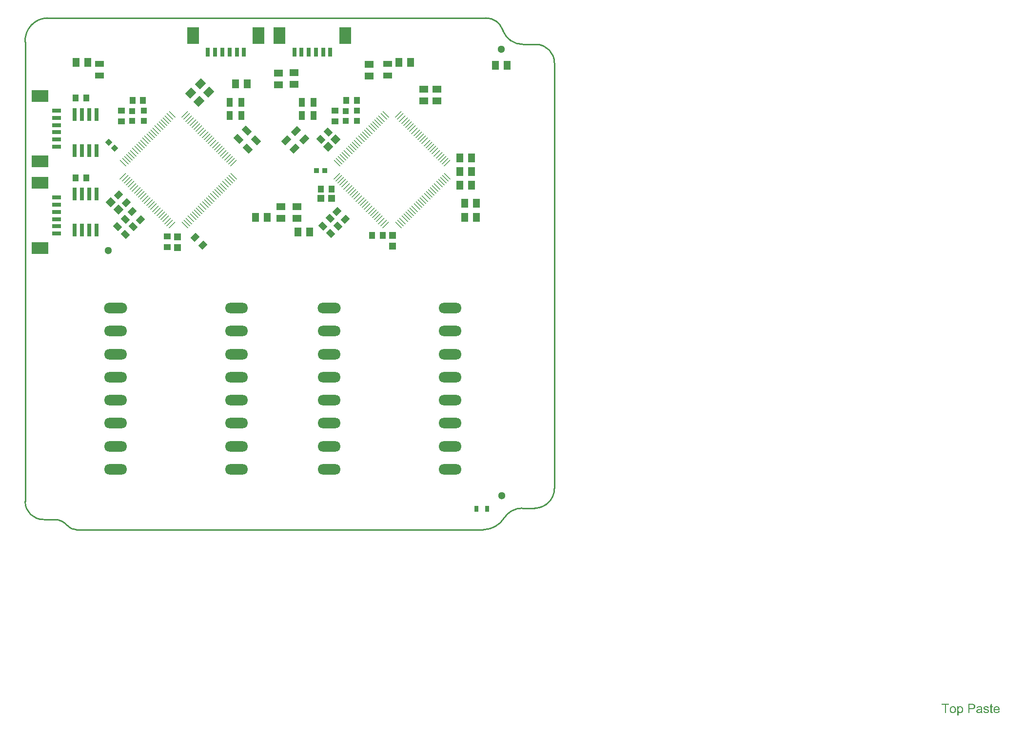
<source format=gtp>
G04*
G04 #@! TF.GenerationSoftware,Altium Limited,Altium Designer,18.1.7 (191)*
G04*
G04 Layer_Color=8421504*
%FSLAX25Y25*%
%MOIN*%
G70*
G01*
G75*
%ADD11C,0.01000*%
%ADD22O,0.15748X0.07323*%
%ADD23O,0.15748X0.07087*%
%ADD24R,0.04724X0.04724*%
%ADD25R,0.04724X0.04724*%
%ADD26P,0.06681X4X270.0*%
%ADD27P,0.06681X4X180.0*%
%ADD28R,0.04000X0.06000*%
G04:AMPARAMS|DCode=29|XSize=40mil|YSize=60mil|CornerRadius=0mil|HoleSize=0mil|Usage=FLASHONLY|Rotation=315.000|XOffset=0mil|YOffset=0mil|HoleType=Round|Shape=Rectangle|*
%AMROTATEDRECTD29*
4,1,4,-0.03536,-0.00707,0.00707,0.03536,0.03536,0.00707,-0.00707,-0.03536,-0.03536,-0.00707,0.0*
%
%ADD29ROTATEDRECTD29*%

%ADD30R,0.02756X0.08661*%
%ADD31R,0.08268X0.11811*%
%ADD32R,0.03150X0.06299*%
%ADD33R,0.11811X0.08268*%
%ADD34R,0.06299X0.03150*%
G04:AMPARAMS|DCode=35|XSize=40mil|YSize=60mil|CornerRadius=0mil|HoleSize=0mil|Usage=FLASHONLY|Rotation=225.000|XOffset=0mil|YOffset=0mil|HoleType=Round|Shape=Rectangle|*
%AMROTATEDRECTD35*
4,1,4,-0.00707,0.03536,0.03536,-0.00707,0.00707,-0.03536,-0.03536,0.00707,-0.00707,0.03536,0.0*
%
%ADD35ROTATEDRECTD35*%

%ADD36C,0.05118*%
%ADD37R,0.06000X0.04000*%
%ADD38R,0.03937X0.03937*%
G04:AMPARAMS|DCode=39|XSize=39.37mil|YSize=51.18mil|CornerRadius=0mil|HoleSize=0mil|Usage=FLASHONLY|Rotation=315.000|XOffset=0mil|YOffset=0mil|HoleType=Round|Shape=Rectangle|*
%AMROTATEDRECTD39*
4,1,4,-0.03202,-0.00418,0.00418,0.03202,0.03202,0.00418,-0.00418,-0.03202,-0.03202,-0.00418,0.0*
%
%ADD39ROTATEDRECTD39*%

G04:AMPARAMS|DCode=40|XSize=3.81mil|YSize=60.9mil|CornerRadius=0mil|HoleSize=0mil|Usage=FLASHONLY|Rotation=45.000|XOffset=0mil|YOffset=0mil|HoleType=Round|Shape=Round|*
%AMOVALD40*
21,1,0.05709,0.00381,0.00000,0.00000,135.0*
1,1,0.00381,0.02018,-0.02018*
1,1,0.00381,-0.02018,0.02018*
%
%ADD40OVALD40*%

G04:AMPARAMS|DCode=41|XSize=3.81mil|YSize=60.9mil|CornerRadius=0mil|HoleSize=0mil|Usage=FLASHONLY|Rotation=135.000|XOffset=0mil|YOffset=0mil|HoleType=Round|Shape=Round|*
%AMOVALD41*
21,1,0.05709,0.00381,0.00000,0.00000,225.0*
1,1,0.00381,0.02018,0.02018*
1,1,0.00381,-0.02018,-0.02018*
%
%ADD41OVALD41*%

%ADD42R,0.03150X0.04134*%
G04:AMPARAMS|DCode=43|XSize=41.34mil|YSize=47.24mil|CornerRadius=0mil|HoleSize=0mil|Usage=FLASHONLY|Rotation=135.000|XOffset=0mil|YOffset=0mil|HoleType=Round|Shape=Rectangle|*
%AMROTATEDRECTD43*
4,1,4,0.03132,0.00209,-0.00209,-0.03132,-0.03132,-0.00209,0.00209,0.03132,0.03132,0.00209,0.0*
%
%ADD43ROTATEDRECTD43*%

%ADD44R,0.04724X0.04134*%
%ADD45R,0.04134X0.04724*%
G04:AMPARAMS|DCode=46|XSize=41.34mil|YSize=47.24mil|CornerRadius=0mil|HoleSize=0mil|Usage=FLASHONLY|Rotation=45.000|XOffset=0mil|YOffset=0mil|HoleType=Round|Shape=Rectangle|*
%AMROTATEDRECTD46*
4,1,4,0.00209,-0.03132,-0.03132,0.00209,-0.00209,0.03132,0.03132,-0.00209,0.00209,-0.03132,0.0*
%
%ADD46ROTATEDRECTD46*%

%ADD47P,0.05011X4X360.0*%
%ADD48R,0.03543X0.03543*%
%ADD49R,0.04724X0.06000*%
G04:AMPARAMS|DCode=50|XSize=47.24mil|YSize=60mil|CornerRadius=0mil|HoleSize=0mil|Usage=FLASHONLY|Rotation=135.000|XOffset=0mil|YOffset=0mil|HoleType=Round|Shape=Rectangle|*
%AMROTATEDRECTD50*
4,1,4,0.03792,0.00451,-0.00451,-0.03792,-0.03792,-0.00451,0.00451,0.03792,0.03792,0.00451,0.0*
%
%ADD50ROTATEDRECTD50*%

%ADD51R,0.06000X0.04724*%
G36*
X639839Y-120288D02*
X639902Y-120298D01*
X640039Y-120316D01*
X640203Y-120352D01*
X640376Y-120407D01*
X640549Y-120489D01*
X640722Y-120589D01*
X640731D01*
X640741Y-120607D01*
X640795Y-120644D01*
X640877Y-120717D01*
X640977Y-120808D01*
X641087Y-120926D01*
X641196Y-121072D01*
X641305Y-121245D01*
X641397Y-121436D01*
Y-121445D01*
X641406Y-121464D01*
X641415Y-121491D01*
X641433Y-121527D01*
X641451Y-121582D01*
X641469Y-121646D01*
X641515Y-121792D01*
X641561Y-121974D01*
X641597Y-122174D01*
X641624Y-122402D01*
X641633Y-122639D01*
Y-122648D01*
Y-122666D01*
Y-122703D01*
Y-122757D01*
X641624Y-122821D01*
Y-122894D01*
X641606Y-123058D01*
X641570Y-123258D01*
X641524Y-123468D01*
X641460Y-123687D01*
X641378Y-123905D01*
Y-123914D01*
X641369Y-123932D01*
X641351Y-123960D01*
X641333Y-123996D01*
X641269Y-124096D01*
X641187Y-124224D01*
X641087Y-124361D01*
X640959Y-124497D01*
X640813Y-124634D01*
X640640Y-124761D01*
X640631D01*
X640622Y-124771D01*
X640595Y-124789D01*
X640558Y-124807D01*
X640467Y-124853D01*
X640340Y-124907D01*
X640185Y-124962D01*
X640021Y-125007D01*
X639830Y-125044D01*
X639638Y-125053D01*
X639574D01*
X639502Y-125044D01*
X639410Y-125035D01*
X639301Y-125016D01*
X639183Y-124989D01*
X639064Y-124953D01*
X638946Y-124898D01*
X638937Y-124889D01*
X638891Y-124871D01*
X638837Y-124834D01*
X638764Y-124780D01*
X638691Y-124725D01*
X638600Y-124652D01*
X638518Y-124570D01*
X638445Y-124479D01*
Y-126702D01*
X637671D01*
Y-120379D01*
X638372D01*
Y-120981D01*
X638381Y-120963D01*
X638417Y-120926D01*
X638463Y-120862D01*
X638536Y-120790D01*
X638618Y-120698D01*
X638709Y-120616D01*
X638818Y-120534D01*
X638928Y-120461D01*
X638946Y-120452D01*
X638982Y-120434D01*
X639055Y-120407D01*
X639146Y-120370D01*
X639256Y-120334D01*
X639383Y-120307D01*
X639529Y-120288D01*
X639693Y-120279D01*
X639793D01*
X639839Y-120288D01*
D02*
G37*
G36*
X657485D02*
X657621Y-120298D01*
X657767Y-120316D01*
X657922Y-120352D01*
X658086Y-120389D01*
X658241Y-120443D01*
X658250D01*
X658259Y-120452D01*
X658305Y-120471D01*
X658378Y-120507D01*
X658469Y-120553D01*
X658569Y-120616D01*
X658669Y-120689D01*
X658760Y-120771D01*
X658842Y-120862D01*
X658851Y-120871D01*
X658870Y-120908D01*
X658906Y-120972D01*
X658952Y-121045D01*
X658997Y-121154D01*
X659043Y-121272D01*
X659079Y-121409D01*
X659115Y-121564D01*
X658359Y-121664D01*
Y-121646D01*
X658350Y-121609D01*
X658332Y-121546D01*
X658305Y-121464D01*
X658259Y-121382D01*
X658204Y-121291D01*
X658141Y-121200D01*
X658050Y-121117D01*
X658041Y-121108D01*
X658004Y-121090D01*
X657949Y-121054D01*
X657867Y-121017D01*
X657776Y-120981D01*
X657658Y-120944D01*
X657512Y-120926D01*
X657357Y-120917D01*
X657266D01*
X657175Y-120926D01*
X657057Y-120935D01*
X656938Y-120963D01*
X656811Y-120990D01*
X656692Y-121036D01*
X656592Y-121099D01*
X656583Y-121108D01*
X656556Y-121127D01*
X656519Y-121163D01*
X656483Y-121218D01*
X656437Y-121272D01*
X656401Y-121345D01*
X656373Y-121427D01*
X656364Y-121509D01*
Y-121518D01*
Y-121537D01*
X656373Y-121564D01*
Y-121600D01*
X656401Y-121691D01*
X656455Y-121783D01*
X656464Y-121792D01*
X656473Y-121801D01*
X656492Y-121828D01*
X656528Y-121855D01*
X656565Y-121883D01*
X656619Y-121919D01*
X656683Y-121947D01*
X656756Y-121983D01*
X656765D01*
X656783Y-121992D01*
X656820Y-122001D01*
X656883Y-122029D01*
X656975Y-122056D01*
X657093Y-122083D01*
X657166Y-122110D01*
X657248Y-122129D01*
X657339Y-122156D01*
X657439Y-122183D01*
X657448D01*
X657476Y-122192D01*
X657521Y-122202D01*
X657576Y-122220D01*
X657640Y-122238D01*
X657722Y-122256D01*
X657895Y-122311D01*
X658086Y-122365D01*
X658277Y-122429D01*
X658450Y-122493D01*
X658523Y-122520D01*
X658587Y-122548D01*
X658605Y-122557D01*
X658642Y-122575D01*
X658696Y-122602D01*
X658778Y-122648D01*
X658860Y-122703D01*
X658942Y-122775D01*
X659024Y-122857D01*
X659097Y-122949D01*
X659106Y-122958D01*
X659125Y-122994D01*
X659161Y-123049D01*
X659197Y-123131D01*
X659225Y-123231D01*
X659261Y-123340D01*
X659279Y-123468D01*
X659289Y-123614D01*
Y-123632D01*
Y-123677D01*
X659279Y-123750D01*
X659261Y-123851D01*
X659234Y-123960D01*
X659188Y-124078D01*
X659134Y-124215D01*
X659061Y-124342D01*
X659052Y-124361D01*
X659015Y-124397D01*
X658970Y-124461D01*
X658897Y-124534D01*
X658797Y-124616D01*
X658687Y-124707D01*
X658560Y-124789D01*
X658405Y-124871D01*
X658396D01*
X658387Y-124880D01*
X658332Y-124898D01*
X658241Y-124925D01*
X658122Y-124962D01*
X657977Y-124998D01*
X657813Y-125026D01*
X657640Y-125044D01*
X657439Y-125053D01*
X657357D01*
X657293Y-125044D01*
X657221D01*
X657129Y-125035D01*
X657038Y-125026D01*
X656938Y-125007D01*
X656719Y-124962D01*
X656492Y-124898D01*
X656273Y-124807D01*
X656173Y-124752D01*
X656082Y-124689D01*
X656073Y-124680D01*
X656064Y-124670D01*
X656009Y-124616D01*
X655927Y-124534D01*
X655836Y-124406D01*
X655736Y-124251D01*
X655635Y-124069D01*
X655553Y-123841D01*
X655490Y-123586D01*
X656255Y-123468D01*
Y-123477D01*
Y-123486D01*
X656273Y-123541D01*
X656291Y-123632D01*
X656328Y-123732D01*
X656373Y-123841D01*
X656428Y-123960D01*
X656510Y-124078D01*
X656610Y-124178D01*
X656628Y-124188D01*
X656665Y-124215D01*
X656738Y-124251D01*
X656829Y-124297D01*
X656947Y-124342D01*
X657084Y-124379D01*
X657248Y-124406D01*
X657439Y-124415D01*
X657530D01*
X657621Y-124406D01*
X657740Y-124388D01*
X657867Y-124361D01*
X658004Y-124324D01*
X658122Y-124279D01*
X658232Y-124206D01*
X658241Y-124197D01*
X658277Y-124169D01*
X658314Y-124124D01*
X658368Y-124060D01*
X658414Y-123987D01*
X658460Y-123896D01*
X658487Y-123805D01*
X658496Y-123696D01*
Y-123687D01*
Y-123650D01*
X658487Y-123605D01*
X658469Y-123541D01*
X658441Y-123477D01*
X658396Y-123413D01*
X658341Y-123340D01*
X658259Y-123286D01*
X658250Y-123276D01*
X658223Y-123267D01*
X658177Y-123240D01*
X658104Y-123213D01*
X657995Y-123176D01*
X657931Y-123149D01*
X657858Y-123131D01*
X657776Y-123103D01*
X657685Y-123076D01*
X657585Y-123049D01*
X657467Y-123021D01*
X657457D01*
X657430Y-123012D01*
X657384Y-123003D01*
X657330Y-122985D01*
X657257Y-122967D01*
X657175Y-122940D01*
X657002Y-122894D01*
X656802Y-122830D01*
X656610Y-122775D01*
X656428Y-122712D01*
X656346Y-122675D01*
X656282Y-122648D01*
X656264Y-122639D01*
X656228Y-122621D01*
X656173Y-122584D01*
X656100Y-122539D01*
X656018Y-122475D01*
X655936Y-122402D01*
X655854Y-122320D01*
X655781Y-122220D01*
X655772Y-122211D01*
X655754Y-122174D01*
X655726Y-122110D01*
X655699Y-122038D01*
X655672Y-121947D01*
X655645Y-121837D01*
X655626Y-121728D01*
X655617Y-121600D01*
Y-121582D01*
Y-121546D01*
X655626Y-121491D01*
X655635Y-121409D01*
X655654Y-121327D01*
X655672Y-121227D01*
X655708Y-121136D01*
X655754Y-121036D01*
X655763Y-121026D01*
X655781Y-120990D01*
X655808Y-120944D01*
X655854Y-120881D01*
X655909Y-120817D01*
X655972Y-120735D01*
X656045Y-120662D01*
X656137Y-120598D01*
X656146Y-120589D01*
X656173Y-120580D01*
X656209Y-120553D01*
X656264Y-120525D01*
X656337Y-120489D01*
X656419Y-120452D01*
X656519Y-120416D01*
X656628Y-120379D01*
X656647Y-120370D01*
X656683Y-120361D01*
X656747Y-120343D01*
X656829Y-120325D01*
X656929Y-120307D01*
X657038Y-120298D01*
X657166Y-120279D01*
X657384D01*
X657485Y-120288D01*
D02*
G37*
G36*
X653030D02*
X653167Y-120298D01*
X653322Y-120316D01*
X653476Y-120343D01*
X653631Y-120379D01*
X653777Y-120425D01*
X653795Y-120434D01*
X653841Y-120452D01*
X653904Y-120480D01*
X653987Y-120516D01*
X654078Y-120571D01*
X654169Y-120625D01*
X654251Y-120698D01*
X654324Y-120771D01*
X654333Y-120780D01*
X654351Y-120808D01*
X654378Y-120853D01*
X654415Y-120908D01*
X654460Y-120990D01*
X654497Y-121072D01*
X654533Y-121172D01*
X654560Y-121291D01*
Y-121300D01*
X654569Y-121327D01*
X654579Y-121382D01*
X654588Y-121455D01*
Y-121555D01*
X654597Y-121673D01*
X654606Y-121828D01*
Y-122001D01*
Y-123040D01*
Y-123049D01*
Y-123085D01*
Y-123140D01*
Y-123213D01*
Y-123295D01*
Y-123395D01*
X654615Y-123614D01*
Y-123841D01*
X654624Y-124069D01*
X654633Y-124169D01*
Y-124260D01*
X654642Y-124342D01*
X654651Y-124406D01*
Y-124415D01*
X654661Y-124452D01*
X654670Y-124506D01*
X654697Y-124579D01*
X654715Y-124661D01*
X654752Y-124752D01*
X654797Y-124853D01*
X654843Y-124953D01*
X654032D01*
X654023Y-124944D01*
X654014Y-124907D01*
X653996Y-124862D01*
X653968Y-124789D01*
X653941Y-124707D01*
X653923Y-124607D01*
X653904Y-124497D01*
X653886Y-124379D01*
X653877D01*
X653868Y-124397D01*
X653813Y-124443D01*
X653731Y-124506D01*
X653622Y-124588D01*
X653485Y-124670D01*
X653349Y-124761D01*
X653203Y-124844D01*
X653048Y-124907D01*
X653030Y-124916D01*
X652975Y-124925D01*
X652893Y-124953D01*
X652793Y-124980D01*
X652666Y-125007D01*
X652520Y-125026D01*
X652356Y-125044D01*
X652192Y-125053D01*
X652119D01*
X652064Y-125044D01*
X652001D01*
X651928Y-125035D01*
X651764Y-125007D01*
X651581Y-124962D01*
X651381Y-124898D01*
X651199Y-124807D01*
X651035Y-124689D01*
X651017Y-124670D01*
X650971Y-124625D01*
X650907Y-124543D01*
X650835Y-124434D01*
X650762Y-124297D01*
X650698Y-124142D01*
X650652Y-123951D01*
X650643Y-123860D01*
X650634Y-123750D01*
Y-123732D01*
Y-123696D01*
X650643Y-123632D01*
X650652Y-123550D01*
X650670Y-123450D01*
X650698Y-123349D01*
X650734Y-123240D01*
X650780Y-123140D01*
X650789Y-123131D01*
X650807Y-123094D01*
X650844Y-123040D01*
X650889Y-122976D01*
X650944Y-122903D01*
X651017Y-122830D01*
X651089Y-122757D01*
X651181Y-122694D01*
X651190Y-122684D01*
X651226Y-122666D01*
X651272Y-122630D01*
X651345Y-122593D01*
X651427Y-122557D01*
X651527Y-122511D01*
X651627Y-122475D01*
X651745Y-122438D01*
X651755D01*
X651791Y-122429D01*
X651846Y-122411D01*
X651919Y-122402D01*
X652010Y-122384D01*
X652128Y-122365D01*
X652265Y-122338D01*
X652429Y-122320D01*
X652438D01*
X652474Y-122311D01*
X652520D01*
X652584Y-122302D01*
X652657Y-122293D01*
X652747Y-122274D01*
X652848Y-122265D01*
X652957Y-122247D01*
X653176Y-122202D01*
X653413Y-122156D01*
X653622Y-122101D01*
X653722Y-122074D01*
X653813Y-122047D01*
Y-122038D01*
Y-122019D01*
X653823Y-121965D01*
Y-121901D01*
Y-121864D01*
Y-121846D01*
Y-121837D01*
Y-121828D01*
Y-121773D01*
X653813Y-121682D01*
X653795Y-121582D01*
X653768Y-121473D01*
X653722Y-121363D01*
X653668Y-121263D01*
X653595Y-121181D01*
X653586Y-121172D01*
X653540Y-121136D01*
X653467Y-121099D01*
X653376Y-121045D01*
X653249Y-120999D01*
X653103Y-120954D01*
X652921Y-120926D01*
X652711Y-120917D01*
X652620D01*
X652529Y-120926D01*
X652401Y-120944D01*
X652274Y-120963D01*
X652137Y-120999D01*
X652010Y-121045D01*
X651900Y-121108D01*
X651891Y-121117D01*
X651855Y-121145D01*
X651809Y-121190D01*
X651755Y-121263D01*
X651700Y-121354D01*
X651636Y-121473D01*
X651581Y-121618D01*
X651527Y-121783D01*
X650771Y-121682D01*
Y-121673D01*
X650780Y-121664D01*
Y-121637D01*
X650789Y-121600D01*
X650816Y-121518D01*
X650853Y-121400D01*
X650898Y-121281D01*
X650953Y-121154D01*
X651026Y-121026D01*
X651108Y-120908D01*
X651117Y-120899D01*
X651153Y-120862D01*
X651208Y-120808D01*
X651281Y-120735D01*
X651381Y-120662D01*
X651500Y-120589D01*
X651636Y-120507D01*
X651791Y-120443D01*
X651800D01*
X651809Y-120434D01*
X651836Y-120425D01*
X651873Y-120416D01*
X651964Y-120389D01*
X652092Y-120361D01*
X652237Y-120334D01*
X652420Y-120307D01*
X652611Y-120288D01*
X652830Y-120279D01*
X652930D01*
X653030Y-120288D01*
D02*
G37*
G36*
X647846Y-118658D02*
X648001Y-118667D01*
X648165Y-118676D01*
X648320Y-118694D01*
X648457Y-118712D01*
X648475D01*
X648539Y-118731D01*
X648621Y-118749D01*
X648730Y-118776D01*
X648848Y-118822D01*
X648976Y-118876D01*
X649113Y-118940D01*
X649231Y-119013D01*
X649249Y-119022D01*
X649286Y-119050D01*
X649340Y-119104D01*
X649413Y-119168D01*
X649495Y-119250D01*
X649577Y-119359D01*
X649668Y-119478D01*
X649741Y-119614D01*
X649750Y-119632D01*
X649769Y-119678D01*
X649805Y-119760D01*
X649841Y-119869D01*
X649869Y-119997D01*
X649905Y-120143D01*
X649923Y-120307D01*
X649933Y-120480D01*
Y-120489D01*
Y-120516D01*
Y-120553D01*
X649923Y-120616D01*
X649914Y-120680D01*
X649905Y-120762D01*
X649887Y-120853D01*
X649869Y-120954D01*
X649805Y-121163D01*
X649769Y-121272D01*
X649714Y-121391D01*
X649650Y-121509D01*
X649586Y-121618D01*
X649504Y-121728D01*
X649413Y-121837D01*
X649404Y-121846D01*
X649386Y-121864D01*
X649359Y-121892D01*
X649313Y-121919D01*
X649258Y-121965D01*
X649186Y-122010D01*
X649094Y-122065D01*
X648994Y-122110D01*
X648876Y-122165D01*
X648739Y-122220D01*
X648593Y-122265D01*
X648420Y-122302D01*
X648238Y-122338D01*
X648038Y-122365D01*
X647810Y-122384D01*
X647573Y-122393D01*
X645961D01*
Y-124953D01*
X645122D01*
Y-118649D01*
X647710D01*
X647846Y-118658D01*
D02*
G37*
G36*
X632004Y-119396D02*
X629927D01*
Y-124953D01*
X629089D01*
Y-119396D01*
X627012D01*
Y-118649D01*
X632004D01*
Y-119396D01*
D02*
G37*
G36*
X661110Y-120379D02*
X661894D01*
Y-120981D01*
X661110D01*
Y-123668D01*
Y-123687D01*
Y-123723D01*
Y-123778D01*
X661120Y-123841D01*
X661129Y-123987D01*
X661138Y-124051D01*
X661147Y-124096D01*
X661156Y-124115D01*
X661183Y-124151D01*
X661220Y-124197D01*
X661284Y-124242D01*
X661302Y-124251D01*
X661347Y-124269D01*
X661429Y-124288D01*
X661548Y-124297D01*
X661639D01*
X661685Y-124288D01*
X661748D01*
X661821Y-124279D01*
X661894Y-124269D01*
X661994Y-124953D01*
X661976D01*
X661939Y-124962D01*
X661876Y-124971D01*
X661794Y-124980D01*
X661703Y-124998D01*
X661602Y-125007D01*
X661402Y-125016D01*
X661329D01*
X661256Y-125007D01*
X661165Y-124998D01*
X661056Y-124989D01*
X660947Y-124962D01*
X660846Y-124934D01*
X660746Y-124889D01*
X660737Y-124880D01*
X660710Y-124862D01*
X660673Y-124834D01*
X660619Y-124789D01*
X660573Y-124743D01*
X660518Y-124680D01*
X660464Y-124616D01*
X660427Y-124534D01*
Y-124525D01*
X660409Y-124488D01*
X660400Y-124424D01*
X660382Y-124333D01*
X660363Y-124215D01*
X660354Y-124142D01*
Y-124060D01*
X660345Y-123960D01*
X660336Y-123860D01*
Y-123750D01*
Y-123623D01*
Y-120981D01*
X659762D01*
Y-120379D01*
X660336D01*
Y-119250D01*
X661110Y-118785D01*
Y-120379D01*
D02*
G37*
G36*
X664682Y-120288D02*
X664754Y-120298D01*
X664846Y-120316D01*
X664946Y-120334D01*
X665064Y-120361D01*
X665174Y-120389D01*
X665301Y-120434D01*
X665420Y-120480D01*
X665547Y-120544D01*
X665675Y-120616D01*
X665802Y-120698D01*
X665921Y-120799D01*
X666030Y-120908D01*
X666039Y-120917D01*
X666057Y-120935D01*
X666085Y-120972D01*
X666121Y-121026D01*
X666167Y-121090D01*
X666212Y-121163D01*
X666267Y-121254D01*
X666322Y-121363D01*
X666376Y-121482D01*
X666431Y-121609D01*
X666476Y-121755D01*
X666522Y-121910D01*
X666558Y-122083D01*
X666586Y-122265D01*
X666604Y-122457D01*
X666613Y-122666D01*
Y-122675D01*
Y-122712D01*
Y-122775D01*
X666604Y-122867D01*
X663188D01*
Y-122876D01*
Y-122903D01*
X663197Y-122940D01*
Y-122994D01*
X663206Y-123058D01*
X663224Y-123131D01*
X663251Y-123295D01*
X663306Y-123477D01*
X663379Y-123677D01*
X663479Y-123860D01*
X663607Y-124024D01*
X663616D01*
X663625Y-124042D01*
X663680Y-124087D01*
X663762Y-124151D01*
X663871Y-124215D01*
X664017Y-124288D01*
X664181Y-124352D01*
X664363Y-124397D01*
X664463Y-124406D01*
X664572Y-124415D01*
X664645D01*
X664727Y-124406D01*
X664827Y-124388D01*
X664937Y-124361D01*
X665064Y-124324D01*
X665183Y-124269D01*
X665301Y-124197D01*
X665310Y-124188D01*
X665356Y-124151D01*
X665411Y-124096D01*
X665474Y-124024D01*
X665547Y-123923D01*
X665629Y-123796D01*
X665711Y-123650D01*
X665784Y-123477D01*
X666586Y-123577D01*
Y-123586D01*
X666576Y-123605D01*
X666567Y-123641D01*
X666549Y-123696D01*
X666522Y-123750D01*
X666495Y-123823D01*
X666422Y-123978D01*
X666331Y-124151D01*
X666203Y-124333D01*
X666057Y-124506D01*
X665875Y-124670D01*
X665866D01*
X665848Y-124689D01*
X665820Y-124707D01*
X665784Y-124734D01*
X665729Y-124761D01*
X665675Y-124789D01*
X665602Y-124825D01*
X665520Y-124862D01*
X665429Y-124898D01*
X665338Y-124934D01*
X665110Y-124989D01*
X664855Y-125035D01*
X664572Y-125053D01*
X664472D01*
X664408Y-125044D01*
X664326Y-125035D01*
X664226Y-125016D01*
X664117Y-124998D01*
X663998Y-124980D01*
X663743Y-124907D01*
X663607Y-124853D01*
X663479Y-124798D01*
X663343Y-124725D01*
X663215Y-124643D01*
X663097Y-124552D01*
X662978Y-124443D01*
X662969Y-124434D01*
X662951Y-124415D01*
X662923Y-124379D01*
X662887Y-124324D01*
X662841Y-124260D01*
X662796Y-124188D01*
X662741Y-124096D01*
X662687Y-123996D01*
X662632Y-123878D01*
X662577Y-123750D01*
X662532Y-123605D01*
X662486Y-123450D01*
X662450Y-123286D01*
X662422Y-123103D01*
X662404Y-122912D01*
X662395Y-122712D01*
Y-122703D01*
Y-122657D01*
Y-122602D01*
X662404Y-122520D01*
X662413Y-122420D01*
X662422Y-122311D01*
X662441Y-122183D01*
X662468Y-122056D01*
X662541Y-121764D01*
X662586Y-121618D01*
X662641Y-121464D01*
X662714Y-121318D01*
X662796Y-121181D01*
X662887Y-121045D01*
X662987Y-120917D01*
X662996Y-120908D01*
X663015Y-120890D01*
X663051Y-120862D01*
X663097Y-120817D01*
X663151Y-120771D01*
X663224Y-120717D01*
X663306Y-120653D01*
X663406Y-120598D01*
X663507Y-120534D01*
X663625Y-120480D01*
X663752Y-120425D01*
X663889Y-120379D01*
X664035Y-120334D01*
X664190Y-120307D01*
X664354Y-120288D01*
X664527Y-120279D01*
X664618D01*
X664682Y-120288D01*
D02*
G37*
G36*
X634773D02*
X634856Y-120298D01*
X634947Y-120316D01*
X635047Y-120334D01*
X635165Y-120352D01*
X635411Y-120434D01*
X635539Y-120480D01*
X635666Y-120544D01*
X635794Y-120607D01*
X635921Y-120698D01*
X636040Y-120790D01*
X636158Y-120899D01*
X636167Y-120908D01*
X636186Y-120926D01*
X636213Y-120963D01*
X636249Y-121008D01*
X636295Y-121072D01*
X636349Y-121154D01*
X636404Y-121245D01*
X636459Y-121345D01*
X636514Y-121455D01*
X636568Y-121591D01*
X636623Y-121728D01*
X636668Y-121883D01*
X636705Y-122047D01*
X636732Y-122220D01*
X636750Y-122402D01*
X636760Y-122602D01*
Y-122611D01*
Y-122639D01*
Y-122684D01*
Y-122748D01*
X636750Y-122821D01*
X636741Y-122912D01*
Y-123003D01*
X636723Y-123103D01*
X636696Y-123331D01*
X636641Y-123559D01*
X636577Y-123787D01*
X636486Y-123996D01*
Y-124005D01*
X636477Y-124014D01*
X636459Y-124042D01*
X636441Y-124078D01*
X636377Y-124169D01*
X636295Y-124279D01*
X636186Y-124406D01*
X636049Y-124534D01*
X635894Y-124661D01*
X635712Y-124780D01*
X635703D01*
X635694Y-124789D01*
X635666Y-124807D01*
X635621Y-124825D01*
X635575Y-124844D01*
X635521Y-124862D01*
X635384Y-124916D01*
X635229Y-124962D01*
X635038Y-125007D01*
X634837Y-125044D01*
X634619Y-125053D01*
X634527D01*
X634455Y-125044D01*
X634373Y-125035D01*
X634282Y-125016D01*
X634172Y-124998D01*
X634063Y-124980D01*
X633817Y-124907D01*
X633680Y-124853D01*
X633553Y-124798D01*
X633425Y-124725D01*
X633298Y-124643D01*
X633179Y-124552D01*
X633061Y-124443D01*
X633052Y-124434D01*
X633034Y-124415D01*
X633006Y-124379D01*
X632970Y-124324D01*
X632924Y-124260D01*
X632879Y-124188D01*
X632824Y-124096D01*
X632769Y-123987D01*
X632715Y-123869D01*
X632660Y-123732D01*
X632615Y-123586D01*
X632569Y-123431D01*
X632533Y-123258D01*
X632505Y-123076D01*
X632487Y-122876D01*
X632478Y-122666D01*
Y-122648D01*
Y-122611D01*
X632487Y-122548D01*
Y-122457D01*
X632496Y-122356D01*
X632514Y-122229D01*
X632533Y-122101D01*
X632569Y-121956D01*
X632605Y-121810D01*
X632651Y-121655D01*
X632706Y-121491D01*
X632778Y-121336D01*
X632851Y-121190D01*
X632951Y-121045D01*
X633052Y-120908D01*
X633179Y-120790D01*
X633188Y-120780D01*
X633207Y-120771D01*
X633243Y-120744D01*
X633289Y-120707D01*
X633343Y-120671D01*
X633416Y-120625D01*
X633489Y-120580D01*
X633580Y-120534D01*
X633680Y-120489D01*
X633790Y-120443D01*
X634036Y-120361D01*
X634318Y-120298D01*
X634464Y-120288D01*
X634619Y-120279D01*
X634710D01*
X634773Y-120288D01*
D02*
G37*
%LPC*%
G36*
X639620Y-120890D02*
X639574D01*
X639538Y-120899D01*
X639447Y-120917D01*
X639328Y-120944D01*
X639192Y-120999D01*
X639046Y-121081D01*
X638964Y-121136D01*
X638891Y-121200D01*
X638818Y-121272D01*
X638745Y-121354D01*
Y-121363D01*
X638727Y-121372D01*
X638709Y-121400D01*
X638691Y-121436D01*
X638663Y-121491D01*
X638627Y-121546D01*
X638591Y-121618D01*
X638563Y-121691D01*
X638527Y-121783D01*
X638490Y-121883D01*
X638463Y-121992D01*
X638427Y-122110D01*
X638408Y-122247D01*
X638390Y-122384D01*
X638372Y-122529D01*
Y-122694D01*
Y-122703D01*
Y-122730D01*
Y-122775D01*
X638381Y-122839D01*
Y-122912D01*
X638390Y-122994D01*
X638417Y-123185D01*
X638463Y-123404D01*
X638518Y-123614D01*
X638609Y-123823D01*
X638663Y-123914D01*
X638727Y-123996D01*
X638745Y-124014D01*
X638791Y-124060D01*
X638864Y-124133D01*
X638964Y-124206D01*
X639092Y-124279D01*
X639237Y-124352D01*
X639401Y-124397D01*
X639493Y-124406D01*
X639584Y-124415D01*
X639638D01*
X639675Y-124406D01*
X639766Y-124388D01*
X639893Y-124361D01*
X640030Y-124306D01*
X640176Y-124233D01*
X640321Y-124124D01*
X640394Y-124060D01*
X640467Y-123987D01*
Y-123978D01*
X640485Y-123969D01*
X640504Y-123942D01*
X640522Y-123905D01*
X640558Y-123860D01*
X640586Y-123796D01*
X640622Y-123732D01*
X640659Y-123650D01*
X640686Y-123568D01*
X640722Y-123459D01*
X640759Y-123349D01*
X640786Y-123231D01*
X640804Y-123094D01*
X640823Y-122949D01*
X640841Y-122794D01*
Y-122630D01*
Y-122621D01*
Y-122593D01*
Y-122548D01*
X640832Y-122484D01*
Y-122411D01*
X640823Y-122329D01*
X640795Y-122138D01*
X640750Y-121928D01*
X640686Y-121719D01*
X640595Y-121509D01*
X640540Y-121409D01*
X640476Y-121327D01*
Y-121318D01*
X640458Y-121309D01*
X640413Y-121254D01*
X640340Y-121190D01*
X640239Y-121108D01*
X640112Y-121026D01*
X639966Y-120954D01*
X639802Y-120908D01*
X639711Y-120899D01*
X639620Y-120890D01*
D02*
G37*
G36*
X653823Y-122657D02*
X653813D01*
X653804Y-122666D01*
X653777Y-122675D01*
X653741Y-122684D01*
X653695Y-122703D01*
X653640Y-122721D01*
X653577Y-122739D01*
X653504Y-122757D01*
X653422Y-122785D01*
X653322Y-122803D01*
X653221Y-122830D01*
X653103Y-122857D01*
X652975Y-122885D01*
X652848Y-122912D01*
X652702Y-122930D01*
X652547Y-122958D01*
X652529D01*
X652474Y-122967D01*
X652383Y-122985D01*
X652283Y-123003D01*
X652174Y-123021D01*
X652064Y-123049D01*
X651964Y-123076D01*
X651873Y-123113D01*
X651864D01*
X651836Y-123131D01*
X651800Y-123149D01*
X651764Y-123176D01*
X651654Y-123249D01*
X651563Y-123359D01*
Y-123368D01*
X651545Y-123386D01*
X651536Y-123422D01*
X651518Y-123468D01*
X651500Y-123522D01*
X651481Y-123577D01*
X651472Y-123650D01*
X651463Y-123723D01*
Y-123732D01*
Y-123778D01*
X651472Y-123832D01*
X651490Y-123905D01*
X651518Y-123987D01*
X651563Y-124069D01*
X651618Y-124160D01*
X651691Y-124242D01*
X651700Y-124251D01*
X651736Y-124269D01*
X651791Y-124306D01*
X651864Y-124342D01*
X651964Y-124379D01*
X652082Y-124415D01*
X652219Y-124434D01*
X652383Y-124443D01*
X652456D01*
X652547Y-124434D01*
X652647Y-124415D01*
X652775Y-124397D01*
X652902Y-124361D01*
X653039Y-124315D01*
X653176Y-124251D01*
X653194Y-124242D01*
X653230Y-124215D01*
X653294Y-124169D01*
X653367Y-124106D01*
X653449Y-124033D01*
X653540Y-123942D01*
X653613Y-123832D01*
X653686Y-123714D01*
X653695Y-123705D01*
X653704Y-123668D01*
X653722Y-123605D01*
X653750Y-123522D01*
X653777Y-123413D01*
X653795Y-123286D01*
X653804Y-123131D01*
X653813Y-122949D01*
X653823Y-122657D01*
D02*
G37*
G36*
X647764Y-119396D02*
X645961D01*
Y-121646D01*
X647655D01*
X647719Y-121637D01*
X647783D01*
X647856Y-121628D01*
X648029Y-121609D01*
X648220Y-121573D01*
X648411Y-121518D01*
X648584Y-121445D01*
X648666Y-121400D01*
X648730Y-121345D01*
X648748Y-121327D01*
X648785Y-121291D01*
X648839Y-121218D01*
X648903Y-121127D01*
X648967Y-121008D01*
X649022Y-120862D01*
X649058Y-120698D01*
X649076Y-120507D01*
Y-120498D01*
Y-120489D01*
Y-120443D01*
X649067Y-120361D01*
X649049Y-120270D01*
X649031Y-120170D01*
X648994Y-120052D01*
X648940Y-119942D01*
X648876Y-119833D01*
X648867Y-119824D01*
X648839Y-119787D01*
X648794Y-119742D01*
X648739Y-119678D01*
X648657Y-119614D01*
X648566Y-119560D01*
X648466Y-119505D01*
X648347Y-119459D01*
X648338D01*
X648302Y-119450D01*
X648247Y-119441D01*
X648174Y-119423D01*
X648065Y-119414D01*
X647928Y-119405D01*
X647764Y-119396D01*
D02*
G37*
G36*
X664536Y-120917D02*
X664481D01*
X664445Y-120926D01*
X664345Y-120935D01*
X664226Y-120963D01*
X664080Y-121008D01*
X663926Y-121072D01*
X663780Y-121163D01*
X663634Y-121281D01*
X663616Y-121300D01*
X663579Y-121345D01*
X663516Y-121427D01*
X663452Y-121537D01*
X663379Y-121664D01*
X663315Y-121828D01*
X663261Y-122019D01*
X663233Y-122229D01*
X665793D01*
Y-122220D01*
Y-122202D01*
X665784Y-122174D01*
Y-122138D01*
X665766Y-122029D01*
X665738Y-121910D01*
X665693Y-121764D01*
X665647Y-121628D01*
X665574Y-121491D01*
X665492Y-121372D01*
Y-121363D01*
X665474Y-121354D01*
X665429Y-121300D01*
X665347Y-121227D01*
X665237Y-121145D01*
X665101Y-121063D01*
X664937Y-120990D01*
X664745Y-120935D01*
X664645Y-120926D01*
X664536Y-120917D01*
D02*
G37*
G36*
X634619D02*
X634564D01*
X634518Y-120926D01*
X634418Y-120935D01*
X634282Y-120972D01*
X634127Y-121026D01*
X633963Y-121099D01*
X633808Y-121209D01*
X633726Y-121281D01*
X633653Y-121354D01*
Y-121363D01*
X633635Y-121372D01*
X633617Y-121400D01*
X633589Y-121436D01*
X633562Y-121482D01*
X633535Y-121537D01*
X633498Y-121609D01*
X633462Y-121682D01*
X633425Y-121773D01*
X633389Y-121864D01*
X633361Y-121974D01*
X633334Y-122092D01*
X633307Y-122220D01*
X633289Y-122356D01*
X633280Y-122511D01*
X633270Y-122666D01*
Y-122675D01*
Y-122703D01*
Y-122748D01*
X633280Y-122812D01*
Y-122885D01*
X633289Y-122967D01*
X633316Y-123158D01*
X633361Y-123377D01*
X633434Y-123595D01*
X633526Y-123805D01*
X633589Y-123896D01*
X633653Y-123987D01*
X633662D01*
X633671Y-124005D01*
X633726Y-124051D01*
X633808Y-124124D01*
X633917Y-124197D01*
X634054Y-124279D01*
X634218Y-124352D01*
X634409Y-124397D01*
X634509Y-124406D01*
X634619Y-124415D01*
X634673D01*
X634719Y-124406D01*
X634819Y-124388D01*
X634956Y-124361D01*
X635102Y-124306D01*
X635265Y-124233D01*
X635420Y-124124D01*
X635502Y-124051D01*
X635575Y-123978D01*
X635584Y-123969D01*
X635593Y-123960D01*
X635612Y-123932D01*
X635639Y-123896D01*
X635666Y-123851D01*
X635703Y-123796D01*
X635739Y-123723D01*
X635776Y-123650D01*
X635812Y-123559D01*
X635839Y-123459D01*
X635876Y-123349D01*
X635903Y-123231D01*
X635930Y-123094D01*
X635949Y-122958D01*
X635967Y-122803D01*
Y-122639D01*
Y-122630D01*
Y-122602D01*
Y-122557D01*
X635958Y-122502D01*
Y-122429D01*
X635949Y-122347D01*
X635921Y-122156D01*
X635876Y-121956D01*
X635803Y-121737D01*
X635703Y-121537D01*
X635648Y-121436D01*
X635575Y-121354D01*
Y-121345D01*
X635557Y-121336D01*
X635502Y-121281D01*
X635420Y-121218D01*
X635311Y-121136D01*
X635174Y-121054D01*
X635010Y-120981D01*
X634828Y-120935D01*
X634728Y-120926D01*
X634619Y-120917D01*
D02*
G37*
%LPD*%
D11*
X348727Y15143D02*
G03*
X362231Y28721I28J13476D01*
G01*
X313897Y453D02*
G03*
X327865Y8398I-430J17007D01*
G01*
X340101Y15143D02*
G03*
X327800Y8303I31J-14537D01*
G01*
X327073Y341609D02*
G03*
X340443Y332359I13542J5287D01*
G01*
X326634Y342790D02*
G03*
X315457Y350371I-11018J-4215D01*
G01*
X429Y19709D02*
G03*
X13080Y7370I12282J-63D01*
G01*
X29169Y3404D02*
G03*
X20591Y7370I-8805J-7785D01*
G01*
X29072Y3478D02*
G03*
X35354Y453I6097J4625D01*
G01*
X362262Y319425D02*
G03*
X349823Y332359I-12687J247D01*
G01*
X15524Y350371D02*
G03*
X429Y333981I435J-15546D01*
G01*
X340101Y15143D02*
X348756D01*
X340443Y332359D02*
X349823D01*
X326634Y342790D02*
X327141Y341464D01*
X429Y333981D02*
X429Y19709D01*
X13080Y7370D02*
X20591D01*
X35354Y453D02*
X313467D01*
X362262Y28721D02*
X362262Y319425D01*
X15524Y350371D02*
X315457D01*
D22*
X62165Y152008D02*
D03*
X208346D02*
D03*
D23*
X62165Y136260D02*
D03*
Y120512D02*
D03*
Y104764D02*
D03*
Y89016D02*
D03*
Y73268D02*
D03*
Y57520D02*
D03*
Y41772D02*
D03*
X144843Y152008D02*
D03*
Y136260D02*
D03*
Y120512D02*
D03*
Y104764D02*
D03*
Y89016D02*
D03*
Y73268D02*
D03*
Y57520D02*
D03*
Y41772D02*
D03*
X291023D02*
D03*
Y57520D02*
D03*
Y73268D02*
D03*
Y89016D02*
D03*
Y104764D02*
D03*
Y120512D02*
D03*
Y136260D02*
D03*
Y152008D02*
D03*
X208346Y41772D02*
D03*
Y57520D02*
D03*
Y73268D02*
D03*
Y89016D02*
D03*
Y104764D02*
D03*
Y120512D02*
D03*
Y136260D02*
D03*
D24*
X251717Y201603D02*
D03*
Y194280D02*
D03*
X104528Y200807D02*
D03*
Y193484D02*
D03*
D25*
X202539Y227165D02*
D03*
X209862D02*
D03*
D26*
X207414Y262209D02*
D03*
X212592Y267387D02*
D03*
D27*
X59025Y224439D02*
D03*
X64203Y219261D02*
D03*
D28*
X197567Y292815D02*
D03*
X189567D02*
D03*
X197567Y283760D02*
D03*
X189567D02*
D03*
X140130D02*
D03*
X148130D02*
D03*
X140130Y292815D02*
D03*
X148130D02*
D03*
D29*
X191091Y267472D02*
D03*
X185434Y273129D02*
D03*
X184646Y261122D02*
D03*
X178989Y266779D02*
D03*
D30*
X34291Y259833D02*
D03*
X39291D02*
D03*
X44291D02*
D03*
X49291D02*
D03*
X34291Y284262D02*
D03*
X39291D02*
D03*
X44291D02*
D03*
X49291D02*
D03*
X49291Y229909D02*
D03*
X44291D02*
D03*
X39291D02*
D03*
X34291D02*
D03*
X49291Y205480D02*
D03*
X44291D02*
D03*
X39291D02*
D03*
X34291D02*
D03*
D31*
X115354Y338386D02*
D03*
X160039D02*
D03*
X174409D02*
D03*
X219094D02*
D03*
D32*
X125394Y326969D02*
D03*
X135236D02*
D03*
X140157D02*
D03*
X145079D02*
D03*
X150000D02*
D03*
X130315D02*
D03*
X184449D02*
D03*
X194291D02*
D03*
X199213D02*
D03*
X204134D02*
D03*
X209055D02*
D03*
X189370D02*
D03*
D33*
X10433Y192913D02*
D03*
Y237598D02*
D03*
Y252372D02*
D03*
Y297057D02*
D03*
D34*
X21850Y202953D02*
D03*
Y212795D02*
D03*
Y217717D02*
D03*
Y222638D02*
D03*
Y227559D02*
D03*
Y207874D02*
D03*
Y262411D02*
D03*
Y272254D02*
D03*
Y277175D02*
D03*
Y282097D02*
D03*
Y287018D02*
D03*
Y267333D02*
D03*
D35*
X146409Y267669D02*
D03*
X152066Y273326D02*
D03*
X152610Y261173D02*
D03*
X158267Y266830D02*
D03*
D36*
X326279Y23524D02*
D03*
X325787Y328937D02*
D03*
X57087Y191339D02*
D03*
D37*
X51378Y318996D02*
D03*
Y310996D02*
D03*
X248130Y310898D02*
D03*
Y318898D02*
D03*
D38*
X81441Y287008D02*
D03*
X73567Y280118D02*
D03*
X81441D02*
D03*
X73567Y286811D02*
D03*
X227319Y287008D02*
D03*
X219444Y280118D02*
D03*
X227319D02*
D03*
X219444Y286811D02*
D03*
D39*
X73637Y218040D02*
D03*
X79205Y212472D02*
D03*
X213511Y218138D02*
D03*
X219079Y212570D02*
D03*
D40*
X213425Y250895D02*
D03*
X214817Y252287D02*
D03*
X216209Y253679D02*
D03*
X217601Y255071D02*
D03*
X218993Y256463D02*
D03*
X220385Y257855D02*
D03*
X221777Y259247D02*
D03*
X223168Y260639D02*
D03*
X224560Y262031D02*
D03*
X225952Y263423D02*
D03*
X227344Y264815D02*
D03*
X228736Y266207D02*
D03*
X230128Y267599D02*
D03*
X231520Y268990D02*
D03*
X232912Y270382D02*
D03*
X234304Y271774D02*
D03*
X235696Y273166D02*
D03*
X237088Y274558D02*
D03*
X238480Y275950D02*
D03*
X239872Y277342D02*
D03*
X241264Y278734D02*
D03*
X242656Y280126D02*
D03*
X244048Y281518D02*
D03*
X245440Y282910D02*
D03*
X246831Y284302D02*
D03*
X289007Y242126D02*
D03*
X287615Y240734D02*
D03*
X286224Y239342D02*
D03*
X284832Y237950D02*
D03*
X283440Y236558D02*
D03*
X282048Y235166D02*
D03*
X280656Y233774D02*
D03*
X279264Y232382D02*
D03*
X277872Y230990D02*
D03*
X276480Y229598D02*
D03*
X275088Y228207D02*
D03*
X273696Y226815D02*
D03*
X272304Y225423D02*
D03*
X270912Y224031D02*
D03*
X269520Y222639D02*
D03*
X268128Y221247D02*
D03*
X266736Y219855D02*
D03*
X265344Y218463D02*
D03*
X263952Y217071D02*
D03*
X262561Y215679D02*
D03*
X261169Y214287D02*
D03*
X259777Y212895D02*
D03*
X258385Y211503D02*
D03*
X256993Y210111D02*
D03*
X255601Y208719D02*
D03*
X67366Y250895D02*
D03*
X68758Y252287D02*
D03*
X70150Y253679D02*
D03*
X71542Y255071D02*
D03*
X72934Y256463D02*
D03*
X74326Y257855D02*
D03*
X75718Y259247D02*
D03*
X77109Y260639D02*
D03*
X78501Y262031D02*
D03*
X79893Y263423D02*
D03*
X81285Y264815D02*
D03*
X82677Y266207D02*
D03*
X84069Y267599D02*
D03*
X85461Y268990D02*
D03*
X86853Y270382D02*
D03*
X88245Y271774D02*
D03*
X89637Y273166D02*
D03*
X91029Y274558D02*
D03*
X92421Y275950D02*
D03*
X93813Y277342D02*
D03*
X95205Y278734D02*
D03*
X96597Y280126D02*
D03*
X97989Y281518D02*
D03*
X99380Y282910D02*
D03*
X100773Y284302D02*
D03*
X142948Y242126D02*
D03*
X141556Y240734D02*
D03*
X140164Y239342D02*
D03*
X138772Y237950D02*
D03*
X137381Y236558D02*
D03*
X135989Y235166D02*
D03*
X134597Y233774D02*
D03*
X133205Y232382D02*
D03*
X131813Y230990D02*
D03*
X130421Y229598D02*
D03*
X129029Y228207D02*
D03*
X127637Y226815D02*
D03*
X126245Y225423D02*
D03*
X124853Y224031D02*
D03*
X123461Y222639D02*
D03*
X122069Y221247D02*
D03*
X120677Y219855D02*
D03*
X119285Y218463D02*
D03*
X117893Y217071D02*
D03*
X116501Y215679D02*
D03*
X115110Y214287D02*
D03*
X113717Y212895D02*
D03*
X112326Y211503D02*
D03*
X110934Y210111D02*
D03*
X109542Y208719D02*
D03*
D41*
X255601Y284302D02*
D03*
X256993Y282910D02*
D03*
X258385Y281518D02*
D03*
X259777Y280126D02*
D03*
X261169Y278734D02*
D03*
X262561Y277342D02*
D03*
X263952Y275950D02*
D03*
X265344Y274558D02*
D03*
X266736Y273166D02*
D03*
X268128Y271774D02*
D03*
X269520Y270382D02*
D03*
X270912Y268990D02*
D03*
X272304Y267599D02*
D03*
X273696Y266207D02*
D03*
X275088Y264815D02*
D03*
X276480Y263423D02*
D03*
X277872Y262031D02*
D03*
X279264Y260639D02*
D03*
X280656Y259247D02*
D03*
X282048Y257855D02*
D03*
X283440Y256463D02*
D03*
X284832Y255071D02*
D03*
X286224Y253679D02*
D03*
X287615Y252287D02*
D03*
X289007Y250895D02*
D03*
X246831Y208719D02*
D03*
X245440Y210111D02*
D03*
X244048Y211503D02*
D03*
X242656Y212895D02*
D03*
X241264Y214287D02*
D03*
X239872Y215679D02*
D03*
X238480Y217071D02*
D03*
X237088Y218463D02*
D03*
X235696Y219855D02*
D03*
X234304Y221247D02*
D03*
X232912Y222639D02*
D03*
X231520Y224031D02*
D03*
X230128Y225423D02*
D03*
X228736Y226815D02*
D03*
X227344Y228207D02*
D03*
X225952Y229598D02*
D03*
X224560Y230990D02*
D03*
X223168Y232382D02*
D03*
X221777Y233774D02*
D03*
X220385Y235166D02*
D03*
X218993Y236558D02*
D03*
X217601Y237950D02*
D03*
X216209Y239342D02*
D03*
X214817Y240734D02*
D03*
X213425Y242126D02*
D03*
X109542Y284302D02*
D03*
X110934Y282910D02*
D03*
X112326Y281518D02*
D03*
X113717Y280126D02*
D03*
X115110Y278734D02*
D03*
X116501Y277342D02*
D03*
X117893Y275950D02*
D03*
X119285Y274558D02*
D03*
X120677Y273166D02*
D03*
X122069Y271774D02*
D03*
X123461Y270382D02*
D03*
X124853Y268990D02*
D03*
X126245Y267599D02*
D03*
X127637Y266207D02*
D03*
X129029Y264815D02*
D03*
X130421Y263423D02*
D03*
X131813Y262031D02*
D03*
X133205Y260639D02*
D03*
X134597Y259247D02*
D03*
X135989Y257855D02*
D03*
X137381Y256463D02*
D03*
X138772Y255071D02*
D03*
X140164Y253679D02*
D03*
X141556Y252287D02*
D03*
X142948Y250895D02*
D03*
X100773Y208719D02*
D03*
X99380Y210111D02*
D03*
X97989Y211503D02*
D03*
X96597Y212895D02*
D03*
X95205Y214287D02*
D03*
X93813Y215679D02*
D03*
X92421Y217071D02*
D03*
X91029Y218463D02*
D03*
X89637Y219855D02*
D03*
X88245Y221247D02*
D03*
X86853Y222639D02*
D03*
X85461Y224031D02*
D03*
X84069Y225423D02*
D03*
X82677Y226815D02*
D03*
X81285Y228207D02*
D03*
X79893Y229598D02*
D03*
X78501Y230990D02*
D03*
X77109Y232382D02*
D03*
X75718Y233774D02*
D03*
X74326Y235166D02*
D03*
X72934Y236558D02*
D03*
X71542Y237950D02*
D03*
X70150Y239342D02*
D03*
X68758Y240734D02*
D03*
X67366Y242126D02*
D03*
D42*
X316339Y14764D02*
D03*
X309055D02*
D03*
D43*
X121768Y195161D02*
D03*
X116618Y200311D02*
D03*
X69415Y224144D02*
D03*
X64265Y229294D02*
D03*
D44*
X66283Y279823D02*
D03*
Y287106D02*
D03*
X97736Y200984D02*
D03*
Y193701D02*
D03*
X212161Y279823D02*
D03*
Y287106D02*
D03*
D45*
X34941Y295571D02*
D03*
X42224D02*
D03*
X227220Y293898D02*
D03*
X219937D02*
D03*
X244783Y201682D02*
D03*
X237500D02*
D03*
X209845Y233481D02*
D03*
X202561D02*
D03*
X34941Y241043D02*
D03*
X42224D02*
D03*
X81047Y294094D02*
D03*
X73764D02*
D03*
D46*
X203877Y208055D02*
D03*
X209028Y213205D02*
D03*
X209236Y202937D02*
D03*
X214386Y208087D02*
D03*
X207657Y272395D02*
D03*
X202507Y267245D02*
D03*
X69039Y202445D02*
D03*
X74189Y207595D02*
D03*
X63625Y207661D02*
D03*
X68775Y212811D02*
D03*
D47*
X61496Y261339D02*
D03*
X57599Y265236D02*
D03*
D48*
X205217Y246161D02*
D03*
X199705D02*
D03*
D49*
X321787Y318110D02*
D03*
X329787D02*
D03*
X309020Y223819D02*
D03*
X301020D02*
D03*
X309020Y213976D02*
D03*
X301020D02*
D03*
X297673Y254724D02*
D03*
X305673D02*
D03*
X297673Y245374D02*
D03*
X305673D02*
D03*
X297673Y236024D02*
D03*
X305673D02*
D03*
X144327Y305398D02*
D03*
X152327D02*
D03*
X43272Y319980D02*
D03*
X35272D02*
D03*
X255941D02*
D03*
X263941D02*
D03*
X186957Y204035D02*
D03*
X194957D02*
D03*
X165909Y214059D02*
D03*
X157909D02*
D03*
D50*
X125928Y299746D02*
D03*
X120271Y305403D02*
D03*
X119235Y293250D02*
D03*
X113578Y298907D02*
D03*
D51*
X235539Y318744D02*
D03*
Y310744D02*
D03*
X173622Y304760D02*
D03*
Y312760D02*
D03*
X184252Y312957D02*
D03*
Y304957D02*
D03*
X281791Y293835D02*
D03*
Y301835D02*
D03*
X272933Y293736D02*
D03*
Y301736D02*
D03*
X186319Y221421D02*
D03*
Y213421D02*
D03*
X175394Y221421D02*
D03*
Y213421D02*
D03*
M02*

</source>
